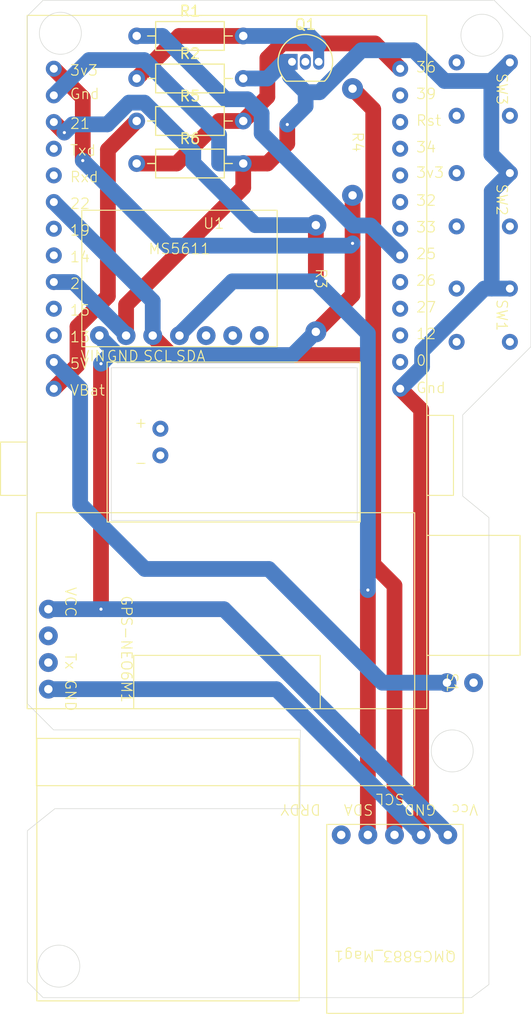
<source format=kicad_pcb>
(kicad_pcb (version 20221018) (generator pcbnew)
  (title_block (date "2025-02-17") (rev "1.06"))
  (layers (0 "F.Cu" signal) (31 "B.Cu" signal) (34 "B.Paste" user) (35 "F.Paste" user) (36 "B.SilkS" user "B.Silkscreen") (37 "F.SilkS" user "F.Silkscreen") (38 "B.Mask" user) (39 "F.Mask" user) (44 "Edge.Cuts" user))
  (net 0 "")
  (net 1 "GNDREF")
  (net 2 "Net-(GPS-NEO6M1-TX)")
  (net 4 "Net-(GPS-NEO6M1-VCC)")
  (net 5 "Net-(MS5611-SDA)")
  (net 6 "Net-(MS5611-SCL)")
  (net 8 "Net-(Q1-C)")
  (net 9 "Net-(Q1-B)")
  (net 10 "Net-(U1-Speaker)")
  (net 11 "Net-(U1-Vbat)")
  (net 12 "Net-(U1-In_Vbat)")
  (net 13 "Net-(U1-Bouton_Gauche)")
  (net 14 "Net-(U1-Bouton_Centre)")
  (net 15 "Net-(U1-Bouton_Droit)")
  (net 16 "Net-(U1-5V)")
  (footprint "BertheShema:MS5611" (layer "F.Cu") (at 133.19 96.898)
    (fp_text reference "MS5611" (at 3.81 -5.715 unlocked) (layer "F.SilkS") (effects (font (thickness 0.1))))
    (fp_text value "~")
    (fp_text user "SDA" (at 6.35 5.08 unlocked) (layer "F.SilkS") (effects (font (thickness 0.1)) (justify right bottom)))
    (fp_text user "VIN" (at -3.175 5.08 unlocked) (layer "F.SilkS") (effects (font (thickness 0.1)) (justify right bottom)))
    (fp_text user "GND" (at 0 5.08 unlocked) (layer "F.SilkS") (effects (font (thickness 0.1)) (justify right bottom)))
    (fp_text user "SCL" (at 3.175 5.08 unlocked) (layer "F.SilkS") (effects (font (thickness 0.1)) (justify right bottom)))
    (fp_rect (start -5.5 -9.398) (end 13.12 3.602) (stroke (width 0.1)) (fill none) (layer "F.SilkS"))
    (pad "1" thru_hole circle (at 3.81 2.54) (size 1.8 1.8) (drill 0.8) (layers "*.Cu" "*.Mask") (net 5 "Net-(MS5611-SDA)"))
    (pad "2" thru_hole circle (at 1.26 2.54) (size 1.8 1.8) (drill 0.8) (layers "*.Cu" "*.Mask") (net 6 "Net-(MS5611-SCL)"))
    (pad "3" thru_hole circle (at -1.28 2.54) (size 1.8 1.8) (drill 0.8) (layers "*.Cu" "*.Mask") (net 1 "GNDREF"))
    (pad "4" thru_hole circle (at -3.82 2.54) (size 1.8 1.8) (drill 0.8) (layers "*.Cu" "*.Mask") (net 4 "Net-(GPS-NEO6M1-VCC)"))
    (pad "5" thru_hole circle (at 6.35 2.54) (size 1.8 1.8) (drill 0.8) (layers "*.Cu" "*.Mask"))
    (pad "6" thru_hole circle (at 8.89 2.54) (size 1.8 1.8) (drill 0.8) (layers "*.Cu" "*.Mask"))
    (pad "7" thru_hole circle (at 11.43 2.54) (size 1.8 1.8) (drill 0.8) (layers "*.Cu" "*.Mask"))
  )
  (footprint "BertheShema:2 trous standard" (layer "F.Cu") (at 162.5 132.5 -90)
    (fp_text reference "S1" (at 0 -0.5 -90 unlocked) (layer "F.SilkS") (effects (font (thickness 0.1))))
    (fp_text value "Speaker 1W 80 ohms" hide)
    (pad "1" thru_hole circle (at 0 -2.54 270) (size 1.8 1.8) (drill 0.8) (layers "*.Cu" "*.Mask") (net 8 "Net-(Q1-C)"))
    (pad "2" thru_hole circle (at 0 0 270) (size 1.8 1.8) (drill 0.8) (layers "*.Cu" "*.Mask") (net 16 "Net-(U1-5V)"))
  )
  (footprint "BertheShema:R_47" (layer "F.Cu") (at 150 94 -90)
    (fp_text reference "R3" (at 0 -0.5 -90 unlocked) (layer "F.SilkS") (effects (font (thickness 0.1))))
    (fp_text value "4.7k")
    (pad "1" thru_hole circle (at 5.08 0 270) (size 2 2) (drill 0.8) (layers "*.Cu" "*.Mask") (net 4 "Net-(GPS-NEO6M1-VCC)"))
    (pad "2" thru_hole circle (at -5.08 0 270) (size 2 2) (drill 0.8) (layers "*.Cu" "*.Mask") (net 5 "Net-(MS5611-SDA)"))
  )
  (footprint "BertheShema:R_47" (layer "F.Cu") (at 153.5 81 -90)
    (fp_text reference "R4" (at 0 -0.5 -90 unlocked) (layer "F.SilkS") (effects (font (thickness 0.1))))
    (fp_text value "4.7k")
    (pad "1" thru_hole circle (at 5.08 0 270) (size 2 2) (drill 0.8) (layers "*.Cu" "*.Mask") (net 4 "Net-(GPS-NEO6M1-VCC)"))
    (pad "2" thru_hole circle (at -5.08 0 270) (size 2 2) (drill 0.8) (layers "*.Cu" "*.Mask") (net 6 "Net-(MS5611-SCL)"))
  )
  (footprint "Resistor_THT:R_Axial_DIN0207_L6.3mm_D2.5mm_P10.16mm_Horizontal" (layer "F.Cu") (at 132.92 79)
    (fp_text reference "R5" (at 5.08 -2.37) (layer "F.SilkS"))
    (fp_text value "10K")
    (fp_line (start 1.04 0) (end 1.81 0) (stroke (width 0.12)) (layer "F.SilkS"))
    (fp_line (start 1.81 -1.37) (end 1.81 1.37) (stroke (width 0.12)) (layer "F.SilkS"))
    (fp_line (start 1.81 1.37) (end 8.35 1.37) (stroke (width 0.12)) (layer "F.SilkS"))
    (fp_line (start 8.35 -1.37) (end 1.81 -1.37) (stroke (width 0.12)) (layer "F.SilkS"))
    (fp_line (start 8.35 1.37) (end 8.35 -1.37) (stroke (width 0.12)) (layer "F.SilkS"))
    (fp_line (start 9.12 0) (end 8.35 0) (stroke (width 0.12)) (layer "F.SilkS"))
    (pad "1" thru_hole circle (at 0 0) (size 1.6 1.6) (drill 0.8) (layers "*.Cu" "*.Mask") (net 11 "Net-(U1-Vbat)"))
    (pad "2" thru_hole oval (at 10.16 0) (size 1.6 1.6) (drill 0.8) (layers "*.Cu" "*.Mask") (net 12 "Net-(U1-In_Vbat)"))
  )
  (footprint "BertheShema:QMC5883" (layer "F.Cu") (at 157.54 153 180)
    (fp_text reference "QMC5883_Mag1" (at 0 -5.54 180 unlocked) (layer "F.SilkS") (effects (font (thickness 0.1))))
    (fp_text value "~")
    (fp_text user "SCL" (at -1 10 180 unlocked) (layer "F.SilkS") (effects (font (thickness 0.1)) (justify left bottom)))
    (fp_text user "Vcc" (at -8 9 180 unlocked) (layer "F.SilkS") (effects (font (thickness 0.1)) (justify left bottom)))
    (fp_text user "SDA" (at 2 9 180 unlocked) (layer "F.SilkS") (effects (font (thickness 0.1)) (justify left bottom)))
    (fp_text user "DRDY" (at 7 9 180 unlocked) (layer "F.SilkS") (effects (font (thickness 0.1)) (justify left bottom)))
    (fp_text user "GND" (at -4 9 180 unlocked) (layer "F.SilkS") (effects (font (thickness 0.1)) (justify left bottom)))
    (fp_rect (start -6.5 -11) (end 6.5 7) (stroke (width 0.1)) (fill none) (layer "F.SilkS"))
    (pad "1" thru_hole circle (at -5.04 6 180) (size 1.8 1.8) (drill 0.8) (layers "*.Cu" "*.Mask") (net 4 "Net-(GPS-NEO6M1-VCC)"))
    (pad "2" thru_hole circle (at -2.5 6 180) (size 1.8 1.8) (drill 0.8) (layers "*.Cu" "*.Mask") (net 1 "GNDREF"))
    (pad "3" thru_hole circle (at 0.04 6 180) (size 1.8 1.8) (drill 0.8) (layers "*.Cu" "*.Mask") (net 6 "Net-(MS5611-SCL)"))
    (pad "4" thru_hole circle (at 2.58 6 180) (size 1.8 1.8) (drill 0.8) (layers "*.Cu" "*.Mask") (net 5 "Net-(MS5611-SDA)"))
    (pad "5" thru_hole circle (at 5.12 6 180) (size 1.8 1.8) (drill 0.8) (layers "*.Cu" "*.Mask"))
  )
  (footprint "BertheShema:switch" (layer "F.Cu") (at 167.23 86.5 -90)
    (fp_text reference "SW2" (at 0 -0.5 -90 unlocked) (layer "F.SilkS") (effects (font (thickness 0.1))))
    (fp_text value "Centre")
    (pad "1" thru_hole circle (at 2.54 -1.27 270) (size 1.524 1.524) (drill 0.762) (layers "*.Cu" "*.Mask") (net 14 "Net-(U1-Bouton_Centre)"))
    (pad "2" thru_hole circle (at -2.54 -1.27 270) (size 1.524 1.524) (drill 0.762) (layers "*.Cu" "*.Mask") (net 1 "GNDREF"))
    (pad "3" thru_hole circle (at -2.54 3.81 270) (size 1.524 1.524) (drill 0.762) (layers "*.Cu" "*.Mask"))
    (pad "4" thru_hole circle (at 2.54 3.81 270) (size 1.524 1.524) (drill 0.762) (layers "*.Cu" "*.Mask"))
  )
  (footprint "BertheShema:ESP32-D0WDQ6" (layer "F.Cu") (at 140.26 89.26)
    (fp_text reference "U1" (at 0 -0.5 unlocked) (layer "F.SilkS") (effects (font (thickness 0.1))))
    (fp_text value "~")
    (fp_text user "15" (at -13.76 8.36 unlocked) (layer "F.SilkS") (effects (font (thickness 0.1)) (justify left bottom)))
    (fp_text user "12" (at 19.24 10.6 unlocked) (layer "F.SilkS") (effects (font (thickness 0.1)) (justify left bottom)))
    (fp_text user "26" (at 19.24 5.52 unlocked) (layer "F.SilkS") (effects (font (thickness 0.1)) (justify left bottom)))
    (fp_text user "13" (at -13.76 10.9 unlocked) (layer "F.SilkS") (effects (font (thickness 0.1)) (justify left bottom)))
    (fp_text user "+" (at -7.62 19.05 unlocked) (layer "F.SilkS") (effects (font (thickness 0.1)) (justify left bottom)))
    (fp_text user "Rst" (at 19.24 -9.72 unlocked) (layer "F.SilkS") (effects (font (thickness 0.1)) (justify left bottom)))
    (fp_text user "Gnd" (at 19.24 15.74 unlocked) (layer "F.SilkS") (effects (font (thickness 0.1)) (justify left bottom)))
    (fp_text user "3v3" (at 19.24 -4.76 unlocked) (layer "F.SilkS") (effects (font (thickness 0.1)) (justify left bottom)))
    (fp_text user "39" (at 19.24 -12.26 unlocked) (layer "F.SilkS") (effects (font (thickness 0.1)) (justify left bottom)))
    (fp_text user "5V" (at -13.76 13.44 unlocked) (layer "F.SilkS") (effects (font (thickness 0.1)) (justify left bottom)))
    (fp_text user "-" (at -7.62 22.86 unlocked) (layer "F.SilkS") (effects (font (thickness 0.1)) (justify left bottom)))
    (fp_text user "32" (at 19.24 -2.1 unlocked) (layer "F.SilkS") (effects (font (thickness 0.1)) (justify left bottom)))
    (fp_text user "2" (at -13.76 5.82 unlocked) (layer "F.SilkS") (effects (font (thickness 0.1)) (justify left bottom)))
    (fp_text user "34" (at 19.24 -7.18 unlocked) (layer "F.SilkS") (effects (font (thickness 0.1)) (justify left bottom)))
    (fp_text user "36" (at 19.24 -14.8 unlocked) (layer "F.SilkS") (effects (font (thickness 0.1)) (justify left bottom)))
    (fp_text user "VBat" (at -13.76 15.98 unlocked) (layer "F.SilkS") (effects (font (thickness 0.1)) (justify left bottom)))
    (fp_text user "Gnd" (at -13.76 -12.26 unlocked) (layer "F.SilkS") (effects (font (thickness 0.1)) (justify left bottom)))
    (fp_text user "19" (at -13.76 0.74 unlocked) (layer "F.SilkS") (effects (font (thickness 0.1)) (justify left bottom)))
    (fp_text user "22" (at -13.76 -1.8 unlocked) (layer "F.SilkS") (effects (font (thickness 0.1)) (justify left bottom)))
    (fp_text user "33" (at 19.24 0.44 unlocked) (layer "F.SilkS") (effects (font (thickness 0.1)) (justify left bottom)))
    (fp_text user "14" (at -13.76 3.28 unlocked) (layer "F.SilkS") (effects (font (thickness 0.1)) (justify left bottom)))
    (fp_text user "21" (at -13.76 -9.42 unlocked) (layer "F.SilkS") (effects (font (thickness 0.1)) (justify left bottom)))
    (fp_text user "25" (at 19.24 2.98 unlocked) (layer "F.SilkS") (effects (font (thickness 0.1)) (justify left bottom)))
    (fp_text user "0" (at 19.24 13.14 unlocked) (layer "F.SilkS") (effects (font (thickness 0.1)) (justify left bottom)))
    (fp_text user "Txd" (at -13.76 -6.88 unlocked) (layer "F.SilkS") (effects (font (thickness 0.1)) (justify left bottom)))
    (fp_text user "Rxd" (at -13.76 -4.34 unlocked) (layer "F.SilkS") (effects (font (thickness 0.1)) (justify left bottom)))
    (fp_text user "27" (at 19.24 8.06 unlocked) (layer "F.SilkS") (effects (font (thickness 0.1)) (justify left bottom)))
    (fp_text user "3v3" (at -13.76 -14.5 unlocked) (layer "F.SilkS") (effects (font (thickness 0.1)) (justify left bottom)))
    (fp_rect (start -17.78 -20.32) (end 20.32 45.72) (stroke (width 0.1)) (fill none) (layer "F.SilkS"))
    (fp_rect (start -17.78 20.32) (end -20.32 25.4) (stroke (width 0.1)) (fill none) (layer "F.SilkS"))
    (fp_rect (start -10.16 12.7) (end 13.97 27.94) (stroke (width 0.1)) (fill none) (layer "F.SilkS"))
    (fp_rect (start -7.62 40.64) (end 10.16 45.72) (stroke (width 0.1)) (fill none) (layer "F.SilkS"))
    (fp_rect (start 20.32 17.78) (end 22.86 25.4) (stroke (width 0.1)) (fill none) (layer "F.SilkS"))
    (fp_rect (start 20.32 29.21) (end 29.21 40.64) (stroke (width 0.1)) (fill none) (layer "F.SilkS"))
    (pad "0" thru_hole circle (at 17.78 12.7) (size 1.524 1.524) (drill 0.762) (layers "*.Cu" "*.Mask"))
    (pad "1" thru_hole circle (at -15.24 -15.24) (size 1.524 1.524) (drill 0.762) (layers "*.Cu" "*.Mask") (net 4 "Net-(GPS-NEO6M1-VCC)"))
    (pad "2" thru_hole circle (at -15.24 -12.7) (size 1.524 1.524) (drill 0.762) (layers "*.Cu" "*.Mask") (net 1 "GNDREF"))
    (pad "2" thru_hole circle (at -15.24 5.08) (size 1.524 1.524) (drill 0.762) (layers "*.Cu" "*.Mask") (net 1 "GNDREF"))
    (pad "3" thru_hole circle (at -15.24 -7.62) (size 1.524 1.524) (drill 0.762) (layers "*.Cu" "*.Mask") (net 2 "Net-(GPS-NEO6M1-TX)"))
    (pad "4" thru_hole circle (at -15.24 -5.08) (size 1.524 1.524) (drill 0.762) (layers "*.Cu" "*.Mask"))
    (pad "5" thru_hole circle (at -15.24 12.7) (size 1.524 1.524) (drill 0.762) (layers "*.Cu" "*.Mask") (net 16 "Net-(U1-5V)"))
    (pad "6" thru_hole circle (at -15.24 15.24) (size 1.524 1.524) (drill 0.762) (layers "*.Cu" "*.Mask") (net 11 "Net-(U1-Vbat)"))
    (pad "7" thru_hole circle (at 17.78 -10.16) (size 1.524 1.524) (drill 0.762) (layers "*.Cu" "*.Mask"))
    (pad "8" thru_hole circle (at 17.78 -5.08) (size 1.524 1.524) (drill 0.762) (layers "*.Cu" "*.Mask"))
    (pad "9" thru_hole circle (at 17.78 15.24) (size 1.524 1.524) (drill 0.762) (layers "*.Cu" "*.Mask") (net 1 "GNDREF"))
    (pad "12" thru_hole circle (at 17.78 10.16) (size 1.524 1.524) (drill 0.762) (layers "*.Cu" "*.Mask"))
    (pad "13" thru_hole circle (at -15.24 10.16) (size 1.524 1.524) (drill 0.762) (layers "*.Cu" "*.Mask") (net 15 "Net-(U1-Bouton_Droit)"))
    (pad "14" thru_hole circle (at -15.24 2.54) (size 1.524 1.524) (drill 0.762) (layers "*.Cu" "*.Mask") (net 13 "Net-(U1-Bouton_Gauche)"))
    (pad "15" thru_hole circle (at -15.24 7.62) (size 1.524 1.524) (drill 0.762) (layers "*.Cu" "*.Mask") (net 14 "Net-(U1-Bouton_Centre)"))
    (pad "19" thru_hole circle (at -15.24 0) (size 1.524 1.524) (drill 0.762) (layers "*.Cu" "*.Mask"))
    (pad "21" thru_hole circle (at -15.24 -10.16) (size 1.524 1.524) (drill 0.762) (layers "*.Cu" "*.Mask") (net 5 "Net-(MS5611-SDA)"))
    (pad "22" thru_hole circle (at -15.24 -2.54) (size 1.524 1.524) (drill 0.762) (layers "*.Cu" "*.Mask") (net 6 "Net-(MS5611-SCL)"))
    (pad "25" thru_hole circle (at 17.78 2.54) (size 1.524 1.524) (drill 0.762) (layers "*.Cu" "*.Mask") (net 10 "Net-(U1-Speaker)"))
    (pad "26" thru_hole circle (at 17.78 5.08) (size 1.524 1.524) (drill 0.762) (layers "*.Cu" "*.Mask"))
    (pad "27" thru_hole circle (at 17.78 7.62) (size 1.524 1.524) (drill 0.762) (layers "*.Cu" "*.Mask"))
    (pad "32" thru_hole circle (at 17.78 -2.54) (size 1.524 1.524) (drill 0.762) (layers "*.Cu" "*.Mask"))
    (pad "33" thru_hole circle (at 17.78 0) (size 1.524 1.524) (drill 0.762) (layers "*.Cu" "*.Mask"))
    (pad "34" thru_hole circle (at 17.78 -7.62) (size 1.524 1.524) (drill 0.762) (layers "*.Cu" "*.Mask"))
    (pad "36" thru_hole circle (at 17.78 -15.24) (size 1.524 1.524) (drill 0.762) (layers "*.Cu" "*.Mask") (net 12 "Net-(U1-In_Vbat)"))
    (pad "39" thru_hole circle (at 17.78 -12.7) (size 1.524 1.524) (drill 0.762) (layers "*.Cu" "*.Mask"))
    (pad "40" thru_hole circle (at -5.08 19.05) (size 1.524 1.524) (drill 0.762) (layers "*.Cu" "*.Mask"))
    (pad "41" thru_hole circle (at -5.08 21.59) (size 1.524 1.524) (drill 0.762) (layers "*.Cu" "*.Mask"))
  )
  (footprint "BertheShema:switch" (layer "F.Cu") (at 167.23 75.96 -90)
    (fp_text reference "SW3" (at 0 -0.5 -90 unlocked) (layer "F.SilkS") (effects (font (thickness 0.1))))
    (fp_text value "Droit")
    (pad "1" thru_hole circle (at 2.54 -1.27 270) (size 1.524 1.524) (drill 0.762) (layers "*.Cu" "*.Mask") (net 15 "Net-(U1-Bouton_Droit)"))
    (pad "2" thru_hole circle (at -2.54 -1.27 270) (size 1.524 1.524) (drill 0.762) (layers "*.Cu" "*.Mask") (net 1 "GNDREF"))
    (pad "3" thru_hole circle (at -2.54 3.81 270) (size 1.524 1.524) (drill 0.762) (layers "*.Cu" "*.Mask"))
    (pad "4" thru_hole circle (at 2.54 3.81 270) (size 1.524 1.524) (drill 0.762) (layers "*.Cu" "*.Mask"))
  )
  (footprint "Resistor_THT:R_Axial_DIN0207_L6.3mm_D2.5mm_P10.16mm_Horizontal" (layer "F.Cu") (at 132.92 74.95)
    (fp_text reference "R2" (at 5.08 -2.37) (layer "F.SilkS"))
    (fp_text value "10k")
    (fp_line (start 1.04 0) (end 1.81 0) (stroke (width 0.12)) (layer "F.SilkS"))
    (fp_line (start 1.81 -1.37) (end 1.81 1.37) (stroke (width 0.12)) (layer "F.SilkS"))
    (fp_line (start 1.81 1.37) (end 8.35 1.37) (stroke (width 0.12)) (layer "F.SilkS"))
    (fp_line (start 8.35 -1.37) (end 1.81 -1.37) (stroke (width 0.12)) (layer "F.SilkS"))
    (fp_line (start 8.35 1.37) (end 8.35 -1.37) (stroke (width 0.12)) (layer "F.SilkS"))
    (fp_line (start 9.12 0) (end 8.35 0) (stroke (width 0.12)) (layer "F.SilkS"))
    (pad "1" thru_hole circle (at 0 0) (size 1.6 1.6) (drill 0.8) (layers "*.Cu" "*.Mask") (net 9 "Net-(Q1-B)"))
    (pad "2" thru_hole oval (at 10.16 0) (size 1.6 1.6) (drill 0.8) (layers "*.Cu" "*.Mask") (net 1 "GNDREF"))
  )
  (footprint "Resistor_THT:R_Axial_DIN0207_L6.3mm_D2.5mm_P10.16mm_Horizontal" (layer "F.Cu") (at 132.92 83.05)
    (fp_text reference "R6" (at 5.08 -2.37) (layer "F.SilkS"))
    (fp_text value "10k")
    (fp_line (start 1.04 0) (end 1.81 0) (stroke (width 0.12)) (layer "F.SilkS"))
    (fp_line (start 1.81 -1.37) (end 1.81 1.37) (stroke (width 0.12)) (layer "F.SilkS"))
    (fp_line (start 1.81 1.37) (end 8.35 1.37) (stroke (width 0.12)) (layer "F.SilkS"))
    (fp_line (start 8.35 -1.37) (end 1.81 -1.37) (stroke (width 0.12)) (layer "F.SilkS"))
    (fp_line (start 8.35 1.37) (end 8.35 -1.37) (stroke (width 0.12)) (layer "F.SilkS"))
    (fp_line (start 9.12 0) (end 8.35 0) (stroke (width 0.12)) (layer "F.SilkS"))
    (pad "1" thru_hole circle (at 0 0) (size 1.6 1.6) (drill 0.8) (layers "*.Cu" "*.Mask") (net 12 "Net-(U1-In_Vbat)"))
    (pad "2" thru_hole oval (at 10.16 0) (size 1.6 1.6) (drill 0.8) (layers "*.Cu" "*.Mask") (net 1 "GNDREF"))
  )
  (footprint "Package_TO_SOT_THT:TO-92_Inline" (layer "F.Cu") (at 147.73 73.36)
    (fp_text reference "Q1" (at 1.27 -3.56) (layer "F.SilkS"))
    (fp_text value "S8050")
    (fp_line (start -0.53 1.85) (end 3.07 1.85) (stroke (width 0.12)) (layer "F.SilkS"))
    (fp_arc (start -0.568478 1.838478) (mid -1.132087 -0.994977) (end 1.27 -2.6) (stroke (width 0.12)) (layer "F.SilkS"))
    (fp_arc (start 1.27 -2.6) (mid 3.672087 -0.994977) (end 3.108478 1.838478) (stroke (width 0.12)) (layer "F.SilkS"))
    (pad "1" thru_hole rect (at 0 0) (size 1.05 1.5) (drill 0.75) (layers "*.Cu" "*.Mask") (net 1 "GNDREF"))
    (pad "2" thru_hole oval (at 1.27 0) (size 1.05 1.5) (drill 0.75) (layers "*.Cu" "*.Mask") (net 8 "Net-(Q1-C)"))
    (pad "3" thru_hole oval (at 2.54 0) (size 1.05 1.5) (drill 0.75) (layers "*.Cu" "*.Mask") (net 9 "Net-(Q1-B)"))
  )
  (footprint "Resistor_THT:R_Axial_DIN0207_L6.3mm_D2.5mm_P10.16mm_Horizontal" (layer "F.Cu") (at 132.92 70.9)
    (fp_text reference "R1" (at 5.08 -2.37) (layer "F.SilkS"))
    (fp_text value "1K")
    (fp_line (start 1.04 0) (end 1.81 0) (stroke (width 0.12)) (layer "F.SilkS"))
    (fp_line (start 1.81 -1.37) (end 1.81 1.37) (stroke (width 0.12)) (layer "F.SilkS"))
    (fp_line (start 1.81 1.37) (end 8.35 1.37) (stroke (width 0.12)) (layer "F.SilkS"))
    (fp_line (start 8.35 -1.37) (end 1.81 -1.37) (stroke (width 0.12)) (layer "F.SilkS"))
    (fp_line (start 8.35 1.37) (end 8.35 -1.37) (stroke (width 0.12)) (layer "F.SilkS"))
    (fp_line (start 9.12 0) (end 8.35 0) (stroke (width 0.12)) (layer "F.SilkS"))
    (pad "1" thru_hole circle (at 0 0) (size 1.6 1.6) (drill 0.8) (layers "*.Cu" "*.Mask") (net 10 "Net-(U1-Speaker)"))
    (pad "2" thru_hole oval (at 10.16 0) (size 1.6 1.6) (drill 0.8) (layers "*.Cu" "*.Mask") (net 9 "Net-(Q1-B)"))
  )
  (footprint "BertheShema:GPSNEO6V2" (layer "F.Cu") (at 126.405 129.31 -90)
    (fp_text reference "GPS-NEO6M1" (at 0 -5.54 -90 unlocked) (layer "F.SilkS") (effects (font (thickness 0.1))))
    (fp_text value "-")
    (fp_text user "GND" (at 6 0.381 -90 unlocked) (layer "F.SilkS") (effects (font (thickness 0.1)) (justify right bottom)))
    (fp_text user "Tx" (at 2 0.381 -90 unlocked) (layer "F.SilkS") (effects (font (thickness 0.1)) (justify right bottom)))
    (fp_text user "VCC" (at -3 0.381 -90 unlocked) (layer "F.SilkS") (effects (font (thickness 0.1)) (justify right bottom)))
    (fp_rect (start -13 -33.02) (end 13 3.04) (stroke (width 0.1)) (fill none) (layer "F.SilkS"))
    (fp_rect (start 8.5 -22) (end 33.5 3) (stroke (width 0.1)) (fill none) (layer "F.SilkS"))
    (pad "1" thru_hole circle (at 3.81 1.905 270) (size 1.8 1.8) (drill 0.8) (layers "*.Cu" "*.Mask") (net 1 "GNDREF"))
    (pad "2" thru_hole circle (at 1.27 1.905 270) (size 1.8 1.8) (drill 0.8) (layers "*.Cu" "*.Mask") (net 2 "Net-(GPS-NEO6M1-TX)"))
    (pad "3" thru_hole circle (at -1.27 1.905 270) (size 1.8 1.8) (drill 0.8) (layers "*.Cu" "*.Mask"))
    (pad "4" thru_hole circle (at -3.81 1.905 270) (size 1.8 1.8) (drill 0.8) (layers "*.Cu" "*.Mask") (net 4 "Net-(GPS-NEO6M1-VCC)"))
  )
  (footprint "BertheShema:switch" (layer "F.Cu") (at 167.23 97.5 -90)
    (fp_text reference "SW1" (at 0 -0.5 -90 unlocked) (layer "F.SilkS") (effects (font (thickness 0.1))))
    (fp_text value "Gauche")
    (pad "1" thru_hole circle (at 2.54 -1.27 270) (size 1.524 1.524) (drill 0.762) (layers "*.Cu" "*.Mask") (net 13 "Net-(U1-Bouton_Gauche)"))
    (pad "2" thru_hole circle (at -2.54 -1.27 270) (size 1.524 1.524) (drill 0.762) (layers "*.Cu" "*.Mask") (net 1 "GNDREF"))
    (pad "3" thru_hole circle (at -2.54 3.81 270) (size 1.524 1.524) (drill 0.762) (layers "*.Cu" "*.Mask"))
    (pad "4" thru_hole circle (at 2.54 3.81 270) (size 1.524 1.524) (drill 0.762) (layers "*.Cu" "*.Mask"))
  )
  (gr_circle (center 125.5 159.5) (end 127.5 159.5) (stroke (width 0.05)) (fill none) (layer "Edge.Cuts"))
  (gr_poly (pts (xy 170.5 100.5) (xy 170.5 71) (xy 167 67.5) (xy 124 67.5) (xy 122.5 69) (xy 122.5 134.5) (xy 125 137) (xy 148.526315 137) (xy 148.49812 144.5) (xy 125.124979 144.5) (xy 122.5 146.599987) (xy 122.5 161) (xy 124 162.5) (xy 164.833329 162.5) (xy 166.5 161.249997) (xy 166.5 116.772728) (xy 164 114.727274) (xy 164 107)) (stroke (width 0.05)) (fill none) (layer "Edge.Cuts"))
  (gr_rect (start 130.5 102.5) (end 153.944571 117.055429) (stroke (width 0.05)) (fill none) (layer "Edge.Cuts"))
  (gr_circle (center 125.644268 70.644268) (end 127.644268 70.644268) (stroke (width 0.05)) (fill none) (layer "Edge.Cuts"))
  (gr_circle (center 165.832646 70.832646) (end 167.832646 70.832646) (stroke (width 0.05)) (fill none) (layer "Edge.Cuts"))
  (gr_rect (start 137 165) (end 137 165) (stroke (width 0.05)) (fill none) (layer "Edge.Cuts"))
  (gr_circle (center 163 139) (end 165 139) (stroke (width 0.05)) (fill none) (layer "Edge.Cuts"))
  (segment (start 158.04 104.5) (end 160.04 106.5) (width 1.5) (layer "F.Cu") (net 1))
  (segment (start 160.04 106.5) (end 160.04 147) (width 1.5) (layer "F.Cu") (net 1))
  (segment (start 147.2777 81.1523) (end 145.38 83.05) (width 1.5) (layer "F.Cu") (net 1))
  (segment (start 147.2777 79.3323) (end 147.2777 81.1523) (width 1.5) (layer "F.Cu") (net 1))
  (segment (start 131.91 96.52) (end 143.08 85.35) (width 1.5) (layer "F.Cu") (net 1))
  (segment (start 131.91 99.438) (end 131.91 96.52) (width 1.5) (layer "F.Cu") (net 1))
  (segment (start 144.23 83.05) (end 145.38 83.05) (width 1.5) (layer "F.Cu") (net 1))
  (segment (start 143.08 83.05) (end 143.08 85.35) (width 1.5) (layer "F.Cu") (net 1))
  (segment (start 143.08 83.05) (end 144.23 83.05) (width 1.5) (layer "F.Cu") (net 1))
  (via (at 147.2777 79.3323) (size 0.6) (drill 0.3) (layers "F.Cu" "B.Cu") (net 1))
  (segment (start 168.5 83.96) (end 166.7639 85.6961) (width 1.5) (layer "B.Cu") (net 1))
  (segment (start 140.78 83.05) (end 140.78 80.3324) (width 1.5) (layer "B.Cu") (net 1))
  (segment (start 144.23 74.95) (end 145.38 74.95) (width 1.5) (layer "B.Cu") (net 1))
  (segment (start 146.97 73.36) (end 145.38 74.95) (width 1.5) (layer "B.Cu") (net 1))
  (segment (start 166.7639 94.96) (end 168.5 94.96) (width 1.5) (layer "B.Cu") (net 1))
  (segment (start 166.7324 75.1876) (end 168.5 73.42) (width 1.5) (layer "B.Cu") (net 1))
  (segment (start 147.5229 73.36) (end 146.97 73.36) (width 1.5) (layer "B.Cu") (net 1))
  (segment (start 147.2777 79.3323) (end 149.0275 77.5825) (width 1.5) (layer "B.Cu") (net 1))
  (segment (start 133.6457 73.1981) (end 128.3819 73.1981) (width 1.5) (layer "B.Cu") (net 1))
  (segment (start 147.5246 73.5654) (end 147.73 73.36) (width 1.0498) (layer "B.Cu") (net 1))
  (segment (start 159.3458 72.265) (end 162.2684 75.1876) (width 1.5) (layer "B.Cu") (net 1))
  (segment (start 150.3511 76.2589) (end 154.345 72.265) (width 1.5) (layer "B.Cu") (net 1))
  (segment (start 147.5246 74.756) (end 147.5246 73.5654) (width 1.0498) (layer "B.Cu") (net 1))
  (segment (start 160.1287 100.8926) (end 166.0613 94.96) (width 1.5) (layer "B.Cu") (net 1))
  (segment (start 166.7324 82.1924) (end 166.7324 75.1876) (width 1.5) (layer "B.Cu") (net 1))
  (segment (start 162.2684 75.1876) (end 166.7324 75.1876) (width 1.5) (layer "B.Cu") (net 1))
  (segment (start 143.08 83.05) (end 140.78 83.05) (width 1.5) (layer "B.Cu") (net 1))
  (segment (start 158.04 104.5) (end 160.1287 102.4113) (width 1.5) (layer "B.Cu") (net 1))
  (segment (start 166.0613 94.96) (end 166.7639 94.96) (width 1.5) (layer "B.Cu") (net 1))
  (segment (start 149.0275 77.5825) (end 149.0275 76.2589) (width 1.5) (layer "B.Cu") (net 1))
  (segment (start 124.5 133.12) (end 146.2426 133.12) (width 1.5) (layer "B.Cu") (net 1))
  (segment (start 168.5 83.96) (end 166.7324 82.1924) (width 1.5) (layer "B.Cu") (net 1))
  (segment (start 131.91 99.438) (end 131.91 99.3571) (width 1.5) (layer "B.Cu") (net 1))
  (segment (start 126.8929 94.34) (end 125.02 94.34) (width 1.5) (layer "B.Cu") (net 1))
  (segment (start 140.78 80.3324) (end 133.6457 73.1981) (width 1.5) (layer "B.Cu") (net 1))
  (segment (start 147.5229 73.36) (end 147.73 73.36) (width 1.0498) (layer "B.Cu") (net 1))
  (segment (start 154.345 72.265) (end 159.3458 72.265) (width 1.5) (layer "B.Cu") (net 1))
  (segment (start 146.2426 133.12) (end 160.04 146.9174) (width 1.5) (layer "B.Cu") (net 1))
  (segment (start 128.3819 73.1981) (end 125.02 76.56) (width 1.5) (layer "B.Cu") (net 1))
  (segment (start 166.7639 85.6961) (end 166.7639 94.96) (width 1.5) (layer "B.Cu") (net 1))
  (segment (start 160.04 146.9174) (end 160.04 147) (width 1.5) (layer "B.Cu") (net 1))
  (segment (start 149.0275 76.2589) (end 147.5246 74.756) (width 1.5) (layer "B.Cu") (net 1))
  (segment (start 149.0275 76.2589) (end 150.3511 76.2589) (width 1.5) (layer "B.Cu") (net 1))
  (segment (start 160.1287 102.4113) (end 160.1287 100.8926) (width 1.5) (layer "B.Cu") (net 1))
  (segment (start 144.23 74.95) (end 143.08 74.95) (width 1.5) (layer "B.Cu") (net 1))
  (segment (start 131.91 99.3571) (end 126.8929 94.34) (width 1.5) (layer "B.Cu") (net 1))
  (segment (start 153.5 95.58) (end 150 99.08) (width 1.5) (layer "F.Cu") (net 4))
  (segment (start 127.7798 76.7798) (end 127.7798 82.7707) (width 1.5) (layer "F.Cu") (net 4))
  (segment (start 125.02 74.02) (end 127.7798 76.7798) (width 1.5) (layer "F.Cu") (net 4))
  (segment (start 153.5 90.6558) (end 153.5 95.58) (width 1.5) (layer "F.Cu") (net 4))
  (segment (start 129.5182 125.5) (end 129.5182 102.1181) (width 1.5) (layer "F.Cu") (net 4))
  (segment (start 153.5 86.08) (end 153.5 90.6558) (width 1.5) (layer "F.Cu") (net 4))
  (via (at 129.5182 125.5) (size 0.6) (drill 0.3) (layers "F.Cu" "B.Cu") (net 4))
  (via (at 129.5182 102.1181) (size 0.6) (drill 0.3) (layers "F.Cu" "B.Cu") (net 4))
  (via (at 153.5 90.6558) (size 0.6) (drill 0.3) (layers "F.Cu" "B.Cu") (net 4))
  (via (at 127.7798 82.7707) (size 0.6) (drill 0.3) (layers "F.Cu" "B.Cu") (net 4))
  (segment (start 147.7848 101.2952) (end 131.1209 101.2952) (width 1.5) (layer "B.Cu") (net 4))
  (segment (start 135.8819 90.8728) (end 127.7798 82.7707) (width 1.5) (layer "B.Cu") (net 4))
  (segment (start 131.1209 101.2952) (end 130.731 100.9053) (width 1.5) (layer "B.Cu") (net 4))
  (segment (start 129.37 99.5443) (end 129.37 99.438) (width 1.5) (layer "B.Cu") (net 4))
  (segment (start 150 99.08) (end 147.7848 101.2952) (width 1.5) (layer "B.Cu") (net 4))
  (segment (start 129.5182 125.5) (end 124.5 125.5) (width 1.5) (layer "B.Cu") (net 4))
  (segment (start 129.5182 102.1181) (end 130.731 100.9053) (width 1.5) (layer "B.Cu") (net 4))
  (segment (start 153.283 90.8728) (end 135.8819 90.8728) (width 1.5) (layer "B.Cu") (net 4))
  (segment (start 129.5182 125.5) (end 141.237 125.5) (width 1.5) (layer "B.Cu") (net 4))
  (segment (start 153.5 90.6558) (end 153.283 90.8728) (width 1.5) (layer "B.Cu") (net 4))
  (segment (start 141.237 125.5) (end 162.58 146.843) (width 1.5) (layer "B.Cu") (net 4))
  (segment (start 162.58 146.843) (end 162.58 147) (width 1.5) (layer "B.Cu") (net 4))
  (segment (start 130.731 100.9053) (end 129.37 99.5443) (width 1.5) (layer "B.Cu") (net 4))
  (segment (start 126.0253 80.1053) (end 125.02 79.1) (width 1.5) (layer "F.Cu") (net 5))
  (segment (start 154.96 147) (end 154.96 123.6764) (width 1.5) (layer "F.Cu") (net 5))
  (segment (start 150 94.2745) (end 150 88.92) (width 1.5) (layer "F.Cu") (net 5))
  (via (at 150 94.2745) (size 0.6) (drill 0.3) (layers "F.Cu" "B.Cu") (net 5))
  (via (at 154.96 123.6764) (size 0.6) (drill 0.3) (layers "F.Cu" "B.Cu") (net 5))
  (via (at 126.0253 80.1053) (size 0.6) (drill 0.3) (layers "F.Cu" "B.Cu") (net 5))
  (segment (start 142.0416 94.2745) (end 137 99.3161) (width 1.5) (layer "B.Cu") (net 5))
  (segment (start 132.1944 77.2481) (end 130.1219 79.3206) (width 1.5) (layer "B.Cu") (net 5))
  (segment (start 144.2289 88.92) (end 138.3181 83.0092) (width 1.5) (layer "B.Cu") (net 5))
  (segment (start 133.6457 77.2481) (end 132.1944 77.2481) (width 1.5) (layer "B.Cu") (net 5))
  (segment (start 130.1219 79.3207) (end 126.8099 79.3207) (width 1.5) (layer "B.Cu") (net 5))
  (segment (start 126.8099 79.3207) (end 126.0253 80.1053) (width 1.5) (layer "B.Cu") (net 5))
  (segment (start 130.1219 79.3206) (end 130.1219 79.3207) (width 1.5) (layer "B.Cu") (net 5))
  (segment (start 150 88.92) (end 144.2289 88.92) (width 1.5) (layer "B.Cu") (net 5))
  (segment (start 154.96 99.2345) (end 154.96 123.6764) (width 1.5) (layer "B.Cu") (net 5))
  (segment (start 150 94.2745) (end 142.0416 94.2745) (width 1.5) (layer "B.Cu") (net 5))
  (segment (start 150 94.2745) (end 154.96 99.2345) (width 1.5) (layer "B.Cu") (net 5))
  (segment (start 138.3181 81.9205) (end 133.6457 77.2481) (width 1.5) (layer "B.Cu") (net 5))
  (segment (start 137 99.3161) (end 137 99.438) (width 1.5) (layer "B.Cu") (net 5))
  (segment (start 138.3181 83.0092) (end 138.3181 81.9205) (width 1.5) (layer "B.Cu") (net 5))
  (segment (start 155.4726 101.3002) (end 155.4726 77.8926) (width 1.5) (layer "F.Cu") (net 6))
  (segment (start 157.5 147) (end 157.5 123.252) (width 1.5) (layer "F.Cu") (net 6))
  (segment (start 134.45 99.5181) (end 134.45 99.438) (width 1.5) (layer "F.Cu") (net 6))
  (segment (start 155.4726 77.8926) (end 153.5 75.92) (width 1.5) (layer "F.Cu") (net 6))
  (segment (start 136.2321 101.3002) (end 134.45 99.5181) (width 1.5) (layer "F.Cu") (net 6))
  (segment (start 157.5 123.252) (end 155.4726 121.2246) (width 1.5) (layer "F.Cu") (net 6))
  (segment (start 155.4726 101.3002) (end 136.2321 101.3002) (width 1.5) (layer "F.Cu") (net 6))
  (segment (start 155.4726 121.2246) (end 155.4726 101.3002) (width 1.5) (layer "F.Cu") (net 6))
  (segment (start 134.45 96.15) (end 125.02 86.72) (width 1.5) (layer "B.Cu") (net 6))
  (segment (start 134.45 99.438) (end 134.45 96.15) (width 1.5) (layer "B.Cu") (net 6))
  (segment (start 136.97 70.9) (end 132.92 74.95) (width 1.5) (layer "F.Cu") (net 9))
  (segment (start 143.08 70.9) (end 136.97 70.9) (width 1.5) (layer "F.Cu") (net 9))
  (segment (start 143.08 70.9) (end 149.4114 70.9) (width 1.5) (layer "B.Cu") (net 9))
  (segment (start 150.27 71.7586) (end 150.27 73.36) (width 1.0498) (layer "B.Cu") (net 9))
  (segment (start 149.4114 70.9) (end 150.27 71.7586) (width 1.5) (layer "B.Cu") (net 9))
  (segment (start 141.3998 76.929) (end 135.3708 70.9) (width 1.5) (layer "B.Cu") (net 10))
  (segment (start 135.3708 70.9) (end 132.92 70.9) (width 1.5) (layer "B.Cu") (net 10))
  (segment (start 158.04 91.8) (end 155.1939 88.9539) (width 1.5) (layer "B.Cu") (net 10))
  (segment (start 153.604 88.9539) (end 144.8319 80.1818) (width 1.5) (layer "B.Cu") (net 10))
  (segment (start 143.4866 76.929) (end 141.3998 76.929) (width 1.5) (layer "B.Cu") (net 10))
  (segment (start 155.1939 88.9539) (end 153.604 88.9539) (width 1.5) (layer "B.Cu") (net 10))
  (segment (start 144.8319 78.2743) (end 143.4866 76.929) (width 1.5) (layer "B.Cu") (net 10))
  (segment (start 144.8319 80.1818) (end 144.8319 78.2743) (width 1.5) (layer "B.Cu") (net 10))
  (segment (start 130.1749 81.7451) (end 130.1749 95.6903) (width 1.5) (layer "F.Cu") (net 11))
  (segment (start 127.2755 98.5897) (end 127.2755 102.2445) (width 1.5) (layer "F.Cu") (net 11))
  (segment (start 132.92 79) (end 130.1749 81.7451) (width 1.5) (layer "F.Cu") (net 11))
  (segment (start 130.1749 95.6903) (end 127.2755 98.5897) (width 1.5) (layer "F.Cu") (net 11))
  (segment (start 127.2755 102.2445) (end 125.02 104.5) (width 1.5) (layer "F.Cu") (net 11))
  (segment (start 158.04 74.02) (end 155.6301 71.6101) (width 1.5) (layer "F.Cu") (net 12))
  (segment (start 145.3796 76.7004) (end 143.08 79) (width 1.5) (layer "F.Cu") (net 12))
  (segment (start 146.7931 71.6101) (end 145.3796 73.0236) (width 1.5) (layer "F.Cu") (net 12))
  (segment (start 136.73 83.05) (end 132.92 83.05) (width 1.5) (layer "F.Cu") (net 12))
  (segment (start 140.78 79) (end 136.73 83.05) (width 1.5) (layer "F.Cu") (net 12))
  (segment (start 145.3796 73.0236) (end 145.3796 76.7004) (width 1.5) (layer "F.Cu") (net 12))
  (segment (start 143.08 79) (end 140.78 79) (width 1.5) (layer "F.Cu") (net 12))
  (segment (start 155.6301 71.6101) (end 146.7931 71.6101) (width 1.5) (layer "F.Cu") (net 12))
  (segment (start 127.5289 115.4994) (end 133.6977 121.6682) (width 1.5) (layer "B.Cu") (net 16))
  (segment (start 127.5289 104.4689) (end 127.5289 115.4994) (width 1.5) (layer "B.Cu") (net 16))
  (segment (start 133.6977 121.6682) (end 145.5107 121.6682) (width 1.5) (layer "B.Cu") (net 16))
  (segment (start 156.3425 132.5) (end 162.5 132.5) (width 1.5) (layer "B.Cu") (net 16))
  (segment (start 145.5107 121.6682) (end 156.3425 132.5) (width 1.5) (layer "B.Cu") (net 16))
  (segment (start 125.02 101.96) (end 127.5289 104.4689) (width 1.5) (layer "B.Cu") (net 16))
)
</source>
